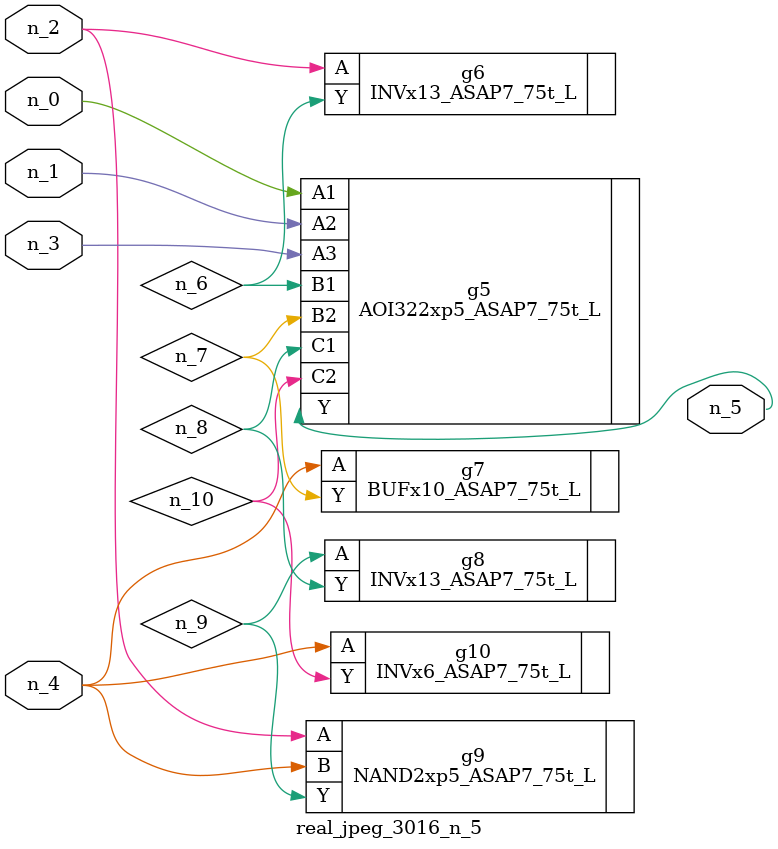
<source format=v>
module real_jpeg_3016_n_5 (n_4, n_0, n_1, n_2, n_3, n_5);

input n_4;
input n_0;
input n_1;
input n_2;
input n_3;

output n_5;

wire n_8;
wire n_6;
wire n_7;
wire n_10;
wire n_9;

AOI322xp5_ASAP7_75t_L g5 ( 
.A1(n_0),
.A2(n_1),
.A3(n_3),
.B1(n_6),
.B2(n_7),
.C1(n_8),
.C2(n_10),
.Y(n_5)
);

INVx13_ASAP7_75t_L g6 ( 
.A(n_2),
.Y(n_6)
);

NAND2xp5_ASAP7_75t_L g9 ( 
.A(n_2),
.B(n_4),
.Y(n_9)
);

BUFx10_ASAP7_75t_L g7 ( 
.A(n_4),
.Y(n_7)
);

INVx6_ASAP7_75t_L g10 ( 
.A(n_4),
.Y(n_10)
);

INVx13_ASAP7_75t_L g8 ( 
.A(n_9),
.Y(n_8)
);


endmodule
</source>
